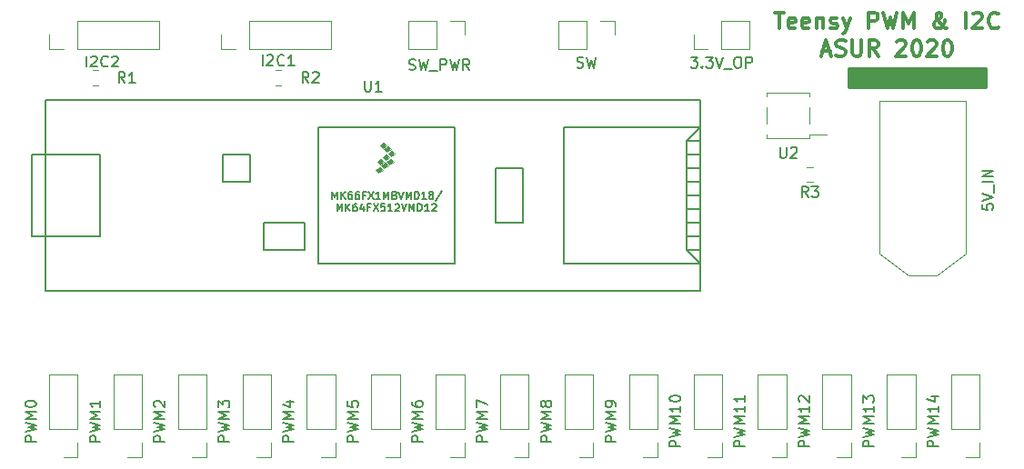
<source format=gbr>
G04 #@! TF.GenerationSoftware,KiCad,Pcbnew,(5.0.2)-1*
G04 #@! TF.CreationDate,2019-10-18T18:51:17-07:00*
G04 #@! TF.ProjectId,Arduino Project,41726475-696e-46f2-9050-726f6a656374,rev?*
G04 #@! TF.SameCoordinates,Original*
G04 #@! TF.FileFunction,Legend,Top*
G04 #@! TF.FilePolarity,Positive*
%FSLAX46Y46*%
G04 Gerber Fmt 4.6, Leading zero omitted, Abs format (unit mm)*
G04 Created by KiCad (PCBNEW (5.0.2)-1) date 10/18/2019 6:51:17 PM*
%MOMM*%
%LPD*%
G01*
G04 APERTURE LIST*
%ADD10C,0.300000*%
%ADD11C,0.120000*%
%ADD12C,0.100000*%
%ADD13C,0.150000*%
%ADD14C,0.254000*%
G04 APERTURE END LIST*
D10*
X155200000Y-43903571D02*
X156057142Y-43903571D01*
X155628571Y-45403571D02*
X155628571Y-43903571D01*
X157128571Y-45332142D02*
X156985714Y-45403571D01*
X156700000Y-45403571D01*
X156557142Y-45332142D01*
X156485714Y-45189285D01*
X156485714Y-44617857D01*
X156557142Y-44475000D01*
X156700000Y-44403571D01*
X156985714Y-44403571D01*
X157128571Y-44475000D01*
X157200000Y-44617857D01*
X157200000Y-44760714D01*
X156485714Y-44903571D01*
X158414285Y-45332142D02*
X158271428Y-45403571D01*
X157985714Y-45403571D01*
X157842857Y-45332142D01*
X157771428Y-45189285D01*
X157771428Y-44617857D01*
X157842857Y-44475000D01*
X157985714Y-44403571D01*
X158271428Y-44403571D01*
X158414285Y-44475000D01*
X158485714Y-44617857D01*
X158485714Y-44760714D01*
X157771428Y-44903571D01*
X159128571Y-44403571D02*
X159128571Y-45403571D01*
X159128571Y-44546428D02*
X159200000Y-44475000D01*
X159342857Y-44403571D01*
X159557142Y-44403571D01*
X159700000Y-44475000D01*
X159771428Y-44617857D01*
X159771428Y-45403571D01*
X160414285Y-45332142D02*
X160557142Y-45403571D01*
X160842857Y-45403571D01*
X160985714Y-45332142D01*
X161057142Y-45189285D01*
X161057142Y-45117857D01*
X160985714Y-44975000D01*
X160842857Y-44903571D01*
X160628571Y-44903571D01*
X160485714Y-44832142D01*
X160414285Y-44689285D01*
X160414285Y-44617857D01*
X160485714Y-44475000D01*
X160628571Y-44403571D01*
X160842857Y-44403571D01*
X160985714Y-44475000D01*
X161557142Y-44403571D02*
X161914285Y-45403571D01*
X162271428Y-44403571D02*
X161914285Y-45403571D01*
X161771428Y-45760714D01*
X161700000Y-45832142D01*
X161557142Y-45903571D01*
X163985714Y-45403571D02*
X163985714Y-43903571D01*
X164557142Y-43903571D01*
X164700000Y-43975000D01*
X164771428Y-44046428D01*
X164842857Y-44189285D01*
X164842857Y-44403571D01*
X164771428Y-44546428D01*
X164700000Y-44617857D01*
X164557142Y-44689285D01*
X163985714Y-44689285D01*
X165342857Y-43903571D02*
X165700000Y-45403571D01*
X165985714Y-44332142D01*
X166271428Y-45403571D01*
X166628571Y-43903571D01*
X167200000Y-45403571D02*
X167200000Y-43903571D01*
X167700000Y-44975000D01*
X168200000Y-43903571D01*
X168200000Y-45403571D01*
X171271428Y-45403571D02*
X171200000Y-45403571D01*
X171057142Y-45332142D01*
X170842857Y-45117857D01*
X170485714Y-44689285D01*
X170342857Y-44475000D01*
X170271428Y-44260714D01*
X170271428Y-44117857D01*
X170342857Y-43975000D01*
X170485714Y-43903571D01*
X170557142Y-43903571D01*
X170700000Y-43975000D01*
X170771428Y-44117857D01*
X170771428Y-44189285D01*
X170700000Y-44332142D01*
X170628571Y-44403571D01*
X170200000Y-44689285D01*
X170128571Y-44760714D01*
X170057142Y-44903571D01*
X170057142Y-45117857D01*
X170128571Y-45260714D01*
X170200000Y-45332142D01*
X170342857Y-45403571D01*
X170557142Y-45403571D01*
X170700000Y-45332142D01*
X170771428Y-45260714D01*
X170985714Y-44975000D01*
X171057142Y-44760714D01*
X171057142Y-44617857D01*
X173057142Y-45403571D02*
X173057142Y-43903571D01*
X173700000Y-44046428D02*
X173771428Y-43975000D01*
X173914285Y-43903571D01*
X174271428Y-43903571D01*
X174414285Y-43975000D01*
X174485714Y-44046428D01*
X174557142Y-44189285D01*
X174557142Y-44332142D01*
X174485714Y-44546428D01*
X173628571Y-45403571D01*
X174557142Y-45403571D01*
X176057142Y-45260714D02*
X175985714Y-45332142D01*
X175771428Y-45403571D01*
X175628571Y-45403571D01*
X175414285Y-45332142D01*
X175271428Y-45189285D01*
X175200000Y-45046428D01*
X175128571Y-44760714D01*
X175128571Y-44546428D01*
X175200000Y-44260714D01*
X175271428Y-44117857D01*
X175414285Y-43975000D01*
X175628571Y-43903571D01*
X175771428Y-43903571D01*
X175985714Y-43975000D01*
X176057142Y-44046428D01*
X159664285Y-47525000D02*
X160378571Y-47525000D01*
X159521428Y-47953571D02*
X160021428Y-46453571D01*
X160521428Y-47953571D01*
X160950000Y-47882142D02*
X161164285Y-47953571D01*
X161521428Y-47953571D01*
X161664285Y-47882142D01*
X161735714Y-47810714D01*
X161807142Y-47667857D01*
X161807142Y-47525000D01*
X161735714Y-47382142D01*
X161664285Y-47310714D01*
X161521428Y-47239285D01*
X161235714Y-47167857D01*
X161092857Y-47096428D01*
X161021428Y-47025000D01*
X160950000Y-46882142D01*
X160950000Y-46739285D01*
X161021428Y-46596428D01*
X161092857Y-46525000D01*
X161235714Y-46453571D01*
X161592857Y-46453571D01*
X161807142Y-46525000D01*
X162450000Y-46453571D02*
X162450000Y-47667857D01*
X162521428Y-47810714D01*
X162592857Y-47882142D01*
X162735714Y-47953571D01*
X163021428Y-47953571D01*
X163164285Y-47882142D01*
X163235714Y-47810714D01*
X163307142Y-47667857D01*
X163307142Y-46453571D01*
X164878571Y-47953571D02*
X164378571Y-47239285D01*
X164021428Y-47953571D02*
X164021428Y-46453571D01*
X164592857Y-46453571D01*
X164735714Y-46525000D01*
X164807142Y-46596428D01*
X164878571Y-46739285D01*
X164878571Y-46953571D01*
X164807142Y-47096428D01*
X164735714Y-47167857D01*
X164592857Y-47239285D01*
X164021428Y-47239285D01*
X166592857Y-46596428D02*
X166664285Y-46525000D01*
X166807142Y-46453571D01*
X167164285Y-46453571D01*
X167307142Y-46525000D01*
X167378571Y-46596428D01*
X167450000Y-46739285D01*
X167450000Y-46882142D01*
X167378571Y-47096428D01*
X166521428Y-47953571D01*
X167450000Y-47953571D01*
X168378571Y-46453571D02*
X168521428Y-46453571D01*
X168664285Y-46525000D01*
X168735714Y-46596428D01*
X168807142Y-46739285D01*
X168878571Y-47025000D01*
X168878571Y-47382142D01*
X168807142Y-47667857D01*
X168735714Y-47810714D01*
X168664285Y-47882142D01*
X168521428Y-47953571D01*
X168378571Y-47953571D01*
X168235714Y-47882142D01*
X168164285Y-47810714D01*
X168092857Y-47667857D01*
X168021428Y-47382142D01*
X168021428Y-47025000D01*
X168092857Y-46739285D01*
X168164285Y-46596428D01*
X168235714Y-46525000D01*
X168378571Y-46453571D01*
X169450000Y-46596428D02*
X169521428Y-46525000D01*
X169664285Y-46453571D01*
X170021428Y-46453571D01*
X170164285Y-46525000D01*
X170235714Y-46596428D01*
X170307142Y-46739285D01*
X170307142Y-46882142D01*
X170235714Y-47096428D01*
X169378571Y-47953571D01*
X170307142Y-47953571D01*
X171235714Y-46453571D02*
X171378571Y-46453571D01*
X171521428Y-46525000D01*
X171592857Y-46596428D01*
X171664285Y-46739285D01*
X171735714Y-47025000D01*
X171735714Y-47382142D01*
X171664285Y-47667857D01*
X171592857Y-47810714D01*
X171521428Y-47882142D01*
X171378571Y-47953571D01*
X171235714Y-47953571D01*
X171092857Y-47882142D01*
X171021428Y-47810714D01*
X170950000Y-47667857D01*
X170878571Y-47382142D01*
X170878571Y-47025000D01*
X170950000Y-46739285D01*
X171021428Y-46596428D01*
X171092857Y-46525000D01*
X171235714Y-46453571D01*
D11*
G04 #@! TO.C,U2*
X154500000Y-52750000D02*
X154500000Y-54250000D01*
X158500000Y-52750000D02*
X158500000Y-54250000D01*
X158500000Y-55300000D02*
X158500000Y-55650000D01*
X158500000Y-55650000D02*
X154500000Y-55650000D01*
X154500000Y-55650000D02*
X154500000Y-55300000D01*
X158500000Y-55300000D02*
X160100000Y-55300000D01*
X158500000Y-51700000D02*
X158500000Y-51350000D01*
X158500000Y-51350000D02*
X154500000Y-51350000D01*
X154500000Y-51350000D02*
X154500000Y-51700000D01*
G04 #@! TO.C,3.3V_OP*
X152870000Y-47330000D02*
X152870000Y-44670000D01*
X150270000Y-47330000D02*
X152870000Y-47330000D01*
X150270000Y-44670000D02*
X152870000Y-44670000D01*
X150270000Y-47330000D02*
X150270000Y-44670000D01*
X149000000Y-47330000D02*
X147670000Y-47330000D01*
X147670000Y-47330000D02*
X147670000Y-46000000D01*
G04 #@! TO.C,SW_PWR*
X121130000Y-44670000D02*
X121130000Y-47330000D01*
X123730000Y-44670000D02*
X121130000Y-44670000D01*
X123730000Y-47330000D02*
X121130000Y-47330000D01*
X123730000Y-44670000D02*
X123730000Y-47330000D01*
X125000000Y-44670000D02*
X126330000Y-44670000D01*
X126330000Y-44670000D02*
X126330000Y-46000000D01*
G04 #@! TO.C,I2C1*
X113950000Y-47330000D02*
X113950000Y-44670000D01*
X106270000Y-47330000D02*
X113950000Y-47330000D01*
X106270000Y-44670000D02*
X113950000Y-44670000D01*
X106270000Y-47330000D02*
X106270000Y-44670000D01*
X105000000Y-47330000D02*
X103670000Y-47330000D01*
X103670000Y-47330000D02*
X103670000Y-46000000D01*
G04 #@! TO.C,I2C2*
X87670000Y-47330000D02*
X87670000Y-46000000D01*
X89000000Y-47330000D02*
X87670000Y-47330000D01*
X90270000Y-47330000D02*
X90270000Y-44670000D01*
X90270000Y-44670000D02*
X97950000Y-44670000D01*
X90270000Y-47330000D02*
X97950000Y-47330000D01*
X97950000Y-47330000D02*
X97950000Y-44670000D01*
G04 #@! TO.C,PWM0*
X90330000Y-77590000D02*
X87670000Y-77590000D01*
X90330000Y-82730000D02*
X90330000Y-77590000D01*
X87670000Y-82730000D02*
X87670000Y-77590000D01*
X90330000Y-82730000D02*
X87670000Y-82730000D01*
X90330000Y-84000000D02*
X90330000Y-85330000D01*
X90330000Y-85330000D02*
X89000000Y-85330000D01*
G04 #@! TO.C,PWM1*
X96330000Y-85330000D02*
X95000000Y-85330000D01*
X96330000Y-84000000D02*
X96330000Y-85330000D01*
X96330000Y-82730000D02*
X93670000Y-82730000D01*
X93670000Y-82730000D02*
X93670000Y-77590000D01*
X96330000Y-82730000D02*
X96330000Y-77590000D01*
X96330000Y-77590000D02*
X93670000Y-77590000D01*
G04 #@! TO.C,PWM2*
X102330000Y-77590000D02*
X99670000Y-77590000D01*
X102330000Y-82730000D02*
X102330000Y-77590000D01*
X99670000Y-82730000D02*
X99670000Y-77590000D01*
X102330000Y-82730000D02*
X99670000Y-82730000D01*
X102330000Y-84000000D02*
X102330000Y-85330000D01*
X102330000Y-85330000D02*
X101000000Y-85330000D01*
G04 #@! TO.C,PWM3*
X108330000Y-77590000D02*
X105670000Y-77590000D01*
X108330000Y-82730000D02*
X108330000Y-77590000D01*
X105670000Y-82730000D02*
X105670000Y-77590000D01*
X108330000Y-82730000D02*
X105670000Y-82730000D01*
X108330000Y-84000000D02*
X108330000Y-85330000D01*
X108330000Y-85330000D02*
X107000000Y-85330000D01*
G04 #@! TO.C,PWM4*
X114330000Y-85330000D02*
X113000000Y-85330000D01*
X114330000Y-84000000D02*
X114330000Y-85330000D01*
X114330000Y-82730000D02*
X111670000Y-82730000D01*
X111670000Y-82730000D02*
X111670000Y-77590000D01*
X114330000Y-82730000D02*
X114330000Y-77590000D01*
X114330000Y-77590000D02*
X111670000Y-77590000D01*
G04 #@! TO.C,PWM5*
X120330000Y-77590000D02*
X117670000Y-77590000D01*
X120330000Y-82730000D02*
X120330000Y-77590000D01*
X117670000Y-82730000D02*
X117670000Y-77590000D01*
X120330000Y-82730000D02*
X117670000Y-82730000D01*
X120330000Y-84000000D02*
X120330000Y-85330000D01*
X120330000Y-85330000D02*
X119000000Y-85330000D01*
G04 #@! TO.C,PWM6*
X126330000Y-85330000D02*
X125000000Y-85330000D01*
X126330000Y-84000000D02*
X126330000Y-85330000D01*
X126330000Y-82730000D02*
X123670000Y-82730000D01*
X123670000Y-82730000D02*
X123670000Y-77590000D01*
X126330000Y-82730000D02*
X126330000Y-77590000D01*
X126330000Y-77590000D02*
X123670000Y-77590000D01*
G04 #@! TO.C,PWM7*
X132330000Y-85330000D02*
X131000000Y-85330000D01*
X132330000Y-84000000D02*
X132330000Y-85330000D01*
X132330000Y-82730000D02*
X129670000Y-82730000D01*
X129670000Y-82730000D02*
X129670000Y-77590000D01*
X132330000Y-82730000D02*
X132330000Y-77590000D01*
X132330000Y-77590000D02*
X129670000Y-77590000D01*
G04 #@! TO.C,PWM8*
X138330000Y-77590000D02*
X135670000Y-77590000D01*
X138330000Y-82730000D02*
X138330000Y-77590000D01*
X135670000Y-82730000D02*
X135670000Y-77590000D01*
X138330000Y-82730000D02*
X135670000Y-82730000D01*
X138330000Y-84000000D02*
X138330000Y-85330000D01*
X138330000Y-85330000D02*
X137000000Y-85330000D01*
G04 #@! TO.C,PWM9*
X144330000Y-85330000D02*
X143000000Y-85330000D01*
X144330000Y-84000000D02*
X144330000Y-85330000D01*
X144330000Y-82730000D02*
X141670000Y-82730000D01*
X141670000Y-82730000D02*
X141670000Y-77590000D01*
X144330000Y-82730000D02*
X144330000Y-77590000D01*
X144330000Y-77590000D02*
X141670000Y-77590000D01*
G04 #@! TO.C,PWM10*
X150330000Y-77590000D02*
X147670000Y-77590000D01*
X150330000Y-82730000D02*
X150330000Y-77590000D01*
X147670000Y-82730000D02*
X147670000Y-77590000D01*
X150330000Y-82730000D02*
X147670000Y-82730000D01*
X150330000Y-84000000D02*
X150330000Y-85330000D01*
X150330000Y-85330000D02*
X149000000Y-85330000D01*
G04 #@! TO.C,PWM11*
X156330000Y-77590000D02*
X153670000Y-77590000D01*
X156330000Y-82730000D02*
X156330000Y-77590000D01*
X153670000Y-82730000D02*
X153670000Y-77590000D01*
X156330000Y-82730000D02*
X153670000Y-82730000D01*
X156330000Y-84000000D02*
X156330000Y-85330000D01*
X156330000Y-85330000D02*
X155000000Y-85330000D01*
G04 #@! TO.C,PWM12*
X162330000Y-77590000D02*
X159670000Y-77590000D01*
X162330000Y-82730000D02*
X162330000Y-77590000D01*
X159670000Y-82730000D02*
X159670000Y-77590000D01*
X162330000Y-82730000D02*
X159670000Y-82730000D01*
X162330000Y-84000000D02*
X162330000Y-85330000D01*
X162330000Y-85330000D02*
X161000000Y-85330000D01*
G04 #@! TO.C,PWM13*
X168330000Y-85330000D02*
X167000000Y-85330000D01*
X168330000Y-84000000D02*
X168330000Y-85330000D01*
X168330000Y-82730000D02*
X165670000Y-82730000D01*
X165670000Y-82730000D02*
X165670000Y-77590000D01*
X168330000Y-82730000D02*
X168330000Y-77590000D01*
X168330000Y-77590000D02*
X165670000Y-77590000D01*
G04 #@! TO.C,PWM14*
X174330000Y-85330000D02*
X173000000Y-85330000D01*
X174330000Y-84000000D02*
X174330000Y-85330000D01*
X174330000Y-82730000D02*
X171670000Y-82730000D01*
X171670000Y-82730000D02*
X171670000Y-77590000D01*
X174330000Y-82730000D02*
X174330000Y-77590000D01*
X174330000Y-77590000D02*
X171670000Y-77590000D01*
D12*
G04 #@! TO.C,U1*
G36*
X119095001Y-57155001D02*
X119349001Y-57409001D01*
X118968001Y-57663001D01*
X118714001Y-57409001D01*
X119095001Y-57155001D01*
G37*
X119095001Y-57155001D02*
X119349001Y-57409001D01*
X118968001Y-57663001D01*
X118714001Y-57409001D01*
X119095001Y-57155001D01*
G36*
X119222001Y-56393001D02*
X119476001Y-56647001D01*
X119095001Y-56901001D01*
X118841001Y-56647001D01*
X119222001Y-56393001D01*
G37*
X119222001Y-56393001D02*
X119476001Y-56647001D01*
X119095001Y-56901001D01*
X118841001Y-56647001D01*
X119222001Y-56393001D01*
G36*
X119476001Y-57536001D02*
X119730001Y-57790001D01*
X119349001Y-58044001D01*
X119095001Y-57790001D01*
X119476001Y-57536001D01*
G37*
X119476001Y-57536001D02*
X119730001Y-57790001D01*
X119349001Y-58044001D01*
X119095001Y-57790001D01*
X119476001Y-57536001D01*
G36*
X118968001Y-57917001D02*
X119222001Y-58171001D01*
X118841001Y-58425001D01*
X118587001Y-58171001D01*
X118968001Y-57917001D01*
G37*
X118968001Y-57917001D02*
X119222001Y-58171001D01*
X118841001Y-58425001D01*
X118587001Y-58171001D01*
X118968001Y-57917001D01*
G36*
X119603001Y-56774001D02*
X119857001Y-57028001D01*
X119476001Y-57282001D01*
X119222001Y-57028001D01*
X119603001Y-56774001D01*
G37*
X119603001Y-56774001D02*
X119857001Y-57028001D01*
X119476001Y-57282001D01*
X119222001Y-57028001D01*
X119603001Y-56774001D01*
G36*
X118460001Y-58298001D02*
X118714001Y-58552001D01*
X118333001Y-58806001D01*
X118079001Y-58552001D01*
X118460001Y-58298001D01*
G37*
X118460001Y-58298001D02*
X118714001Y-58552001D01*
X118333001Y-58806001D01*
X118079001Y-58552001D01*
X118460001Y-58298001D01*
G36*
X118587001Y-57536001D02*
X118841001Y-57790001D01*
X118460001Y-58044001D01*
X118206001Y-57790001D01*
X118587001Y-57536001D01*
G37*
X118587001Y-57536001D02*
X118841001Y-57790001D01*
X118460001Y-58044001D01*
X118206001Y-57790001D01*
X118587001Y-57536001D01*
G36*
X118841001Y-56012001D02*
X119095001Y-56266001D01*
X118714001Y-56520001D01*
X118460001Y-56266001D01*
X118841001Y-56012001D01*
G37*
X118841001Y-56012001D02*
X119095001Y-56266001D01*
X118714001Y-56520001D01*
X118460001Y-56266001D01*
X118841001Y-56012001D01*
D13*
X87345001Y-69855001D02*
X87345001Y-52075001D01*
X148305001Y-52075001D02*
X148305001Y-69855001D01*
X129255001Y-58425001D02*
X131795001Y-58425001D01*
X129255001Y-63505001D02*
X129255001Y-58425001D01*
X131795001Y-63505001D02*
X129255001Y-63505001D01*
X131795001Y-58425001D02*
X131795001Y-63505001D01*
X92425001Y-64775001D02*
X87345001Y-64775001D01*
X92425001Y-57155001D02*
X87345001Y-57155001D01*
X92425001Y-64775001D02*
X92425001Y-57155001D01*
X86075001Y-57155001D02*
X87345001Y-57155001D01*
X86075001Y-64775001D02*
X86075001Y-57155001D01*
X87345001Y-64775001D02*
X86075001Y-64775001D01*
X87345001Y-69855001D02*
X148305001Y-69855001D01*
X148305001Y-52075001D02*
X87345001Y-52075001D01*
X135605001Y-67315001D02*
X148305001Y-67315001D01*
X135605001Y-54615001D02*
X135605001Y-67315001D01*
X148305001Y-54615001D02*
X135605001Y-54615001D01*
X147035001Y-55885001D02*
X148305001Y-54615001D01*
X147035001Y-66045001D02*
X147035001Y-55885001D01*
X148305001Y-67315001D02*
X147035001Y-66045001D01*
X147035001Y-55885001D02*
X148305001Y-55885001D01*
X147035001Y-57155001D02*
X148305001Y-57155001D01*
X147035001Y-58425001D02*
X148305001Y-58425001D01*
X147035001Y-59695001D02*
X148305001Y-59695001D01*
X147035001Y-60965001D02*
X148305001Y-60965001D01*
X147035001Y-62235001D02*
X148305001Y-62235001D01*
X147035001Y-63505001D02*
X148305001Y-63505001D01*
X147035001Y-64775001D02*
X148305001Y-64775001D01*
X147035001Y-66045001D02*
X148305001Y-66045001D01*
X112745001Y-54615001D02*
X125445001Y-54615001D01*
X112745001Y-67315001D02*
X125445001Y-67315001D01*
X112745001Y-54615001D02*
X112745001Y-67315001D01*
X125445001Y-67315001D02*
X125445001Y-54615001D01*
X111475001Y-63505001D02*
X111475001Y-66045001D01*
X107665001Y-63505001D02*
X111475001Y-63505001D01*
X107665001Y-66045001D02*
X107665001Y-63505001D01*
X111475001Y-66045001D02*
X107665001Y-66045001D01*
X106395001Y-57155001D02*
X103855001Y-57155001D01*
X106395001Y-59695001D02*
X106395001Y-57155001D01*
X103855001Y-59695001D02*
X106395001Y-59695001D01*
X103855001Y-57155001D02*
X103855001Y-59695001D01*
D12*
G04 #@! TO.C,5V_IN*
X173000000Y-56800000D02*
X173000000Y-52100000D01*
X173000000Y-52100000D02*
X171400000Y-52100000D01*
X165000000Y-56500000D02*
X165000000Y-52300000D01*
X165000000Y-52300000D02*
X165000000Y-52200000D01*
X165000000Y-52200000D02*
X165000000Y-52100000D01*
X165000000Y-52100000D02*
X169000000Y-52100000D01*
X173000000Y-66400000D02*
X170300000Y-68400000D01*
X165000000Y-66400000D02*
X167700000Y-68400000D01*
X169000000Y-68400000D02*
X170250000Y-68400000D01*
X169000000Y-68400000D02*
X167750000Y-68400000D01*
X173000000Y-64000000D02*
X173000000Y-66400000D01*
X173000000Y-61000000D02*
X173000000Y-64000000D01*
X165000000Y-64000000D02*
X165000000Y-66400000D01*
X165000000Y-60900000D02*
X165000000Y-64000000D01*
X168900000Y-68400000D02*
X169200000Y-68400000D01*
X169000000Y-52100000D02*
X171400000Y-52100000D01*
X165000000Y-56500000D02*
X165000000Y-60900000D01*
X173000000Y-56800000D02*
X173000000Y-61000000D01*
D11*
G04 #@! TO.C,R1*
X92261252Y-49290000D02*
X91738748Y-49290000D01*
X92261252Y-50710000D02*
X91738748Y-50710000D01*
G04 #@! TO.C,R2*
X108738748Y-49290000D02*
X109261252Y-49290000D01*
X108738748Y-50710000D02*
X109261252Y-50710000D01*
G04 #@! TO.C,R3*
X158761252Y-59710000D02*
X158238748Y-59710000D01*
X158761252Y-58290000D02*
X158238748Y-58290000D01*
G04 #@! TO.C,SW*
X135130000Y-44670000D02*
X135130000Y-47330000D01*
X137730000Y-44670000D02*
X135130000Y-44670000D01*
X137730000Y-47330000D02*
X135130000Y-47330000D01*
X137730000Y-44670000D02*
X137730000Y-47330000D01*
X139000000Y-44670000D02*
X140330000Y-44670000D01*
X140330000Y-44670000D02*
X140330000Y-46000000D01*
G04 #@! TO.C,U2*
D13*
X155738095Y-56452380D02*
X155738095Y-57261904D01*
X155785714Y-57357142D01*
X155833333Y-57404761D01*
X155928571Y-57452380D01*
X156119047Y-57452380D01*
X156214285Y-57404761D01*
X156261904Y-57357142D01*
X156309523Y-57261904D01*
X156309523Y-56452380D01*
X156738095Y-56547619D02*
X156785714Y-56500000D01*
X156880952Y-56452380D01*
X157119047Y-56452380D01*
X157214285Y-56500000D01*
X157261904Y-56547619D01*
X157309523Y-56642857D01*
X157309523Y-56738095D01*
X157261904Y-56880952D01*
X156690476Y-57452380D01*
X157309523Y-57452380D01*
G04 #@! TO.C,3.3V_OP*
X147419047Y-48052380D02*
X148038095Y-48052380D01*
X147704761Y-48433333D01*
X147847619Y-48433333D01*
X147942857Y-48480952D01*
X147990476Y-48528571D01*
X148038095Y-48623809D01*
X148038095Y-48861904D01*
X147990476Y-48957142D01*
X147942857Y-49004761D01*
X147847619Y-49052380D01*
X147561904Y-49052380D01*
X147466666Y-49004761D01*
X147419047Y-48957142D01*
X148466666Y-48957142D02*
X148514285Y-49004761D01*
X148466666Y-49052380D01*
X148419047Y-49004761D01*
X148466666Y-48957142D01*
X148466666Y-49052380D01*
X148847619Y-48052380D02*
X149466666Y-48052380D01*
X149133333Y-48433333D01*
X149276190Y-48433333D01*
X149371428Y-48480952D01*
X149419047Y-48528571D01*
X149466666Y-48623809D01*
X149466666Y-48861904D01*
X149419047Y-48957142D01*
X149371428Y-49004761D01*
X149276190Y-49052380D01*
X148990476Y-49052380D01*
X148895238Y-49004761D01*
X148847619Y-48957142D01*
X149752380Y-48052380D02*
X150085714Y-49052380D01*
X150419047Y-48052380D01*
X150514285Y-49147619D02*
X151276190Y-49147619D01*
X151704761Y-48052380D02*
X151895238Y-48052380D01*
X151990476Y-48100000D01*
X152085714Y-48195238D01*
X152133333Y-48385714D01*
X152133333Y-48719047D01*
X152085714Y-48909523D01*
X151990476Y-49004761D01*
X151895238Y-49052380D01*
X151704761Y-49052380D01*
X151609523Y-49004761D01*
X151514285Y-48909523D01*
X151466666Y-48719047D01*
X151466666Y-48385714D01*
X151514285Y-48195238D01*
X151609523Y-48100000D01*
X151704761Y-48052380D01*
X152561904Y-49052380D02*
X152561904Y-48052380D01*
X152942857Y-48052380D01*
X153038095Y-48100000D01*
X153085714Y-48147619D01*
X153133333Y-48242857D01*
X153133333Y-48385714D01*
X153085714Y-48480952D01*
X153038095Y-48528571D01*
X152942857Y-48576190D01*
X152561904Y-48576190D01*
G04 #@! TO.C,SW_PWR*
X121190476Y-49204761D02*
X121333333Y-49252380D01*
X121571428Y-49252380D01*
X121666666Y-49204761D01*
X121714285Y-49157142D01*
X121761904Y-49061904D01*
X121761904Y-48966666D01*
X121714285Y-48871428D01*
X121666666Y-48823809D01*
X121571428Y-48776190D01*
X121380952Y-48728571D01*
X121285714Y-48680952D01*
X121238095Y-48633333D01*
X121190476Y-48538095D01*
X121190476Y-48442857D01*
X121238095Y-48347619D01*
X121285714Y-48300000D01*
X121380952Y-48252380D01*
X121619047Y-48252380D01*
X121761904Y-48300000D01*
X122095238Y-48252380D02*
X122333333Y-49252380D01*
X122523809Y-48538095D01*
X122714285Y-49252380D01*
X122952380Y-48252380D01*
X123095238Y-49347619D02*
X123857142Y-49347619D01*
X124095238Y-49252380D02*
X124095238Y-48252380D01*
X124476190Y-48252380D01*
X124571428Y-48300000D01*
X124619047Y-48347619D01*
X124666666Y-48442857D01*
X124666666Y-48585714D01*
X124619047Y-48680952D01*
X124571428Y-48728571D01*
X124476190Y-48776190D01*
X124095238Y-48776190D01*
X125000000Y-48252380D02*
X125238095Y-49252380D01*
X125428571Y-48538095D01*
X125619047Y-49252380D01*
X125857142Y-48252380D01*
X126809523Y-49252380D02*
X126476190Y-48776190D01*
X126238095Y-49252380D02*
X126238095Y-48252380D01*
X126619047Y-48252380D01*
X126714285Y-48300000D01*
X126761904Y-48347619D01*
X126809523Y-48442857D01*
X126809523Y-48585714D01*
X126761904Y-48680952D01*
X126714285Y-48728571D01*
X126619047Y-48776190D01*
X126238095Y-48776190D01*
G04 #@! TO.C,I2C1*
X107547619Y-48852380D02*
X107547619Y-47852380D01*
X107976190Y-47947619D02*
X108023809Y-47900000D01*
X108119047Y-47852380D01*
X108357142Y-47852380D01*
X108452380Y-47900000D01*
X108500000Y-47947619D01*
X108547619Y-48042857D01*
X108547619Y-48138095D01*
X108500000Y-48280952D01*
X107928571Y-48852380D01*
X108547619Y-48852380D01*
X109547619Y-48757142D02*
X109500000Y-48804761D01*
X109357142Y-48852380D01*
X109261904Y-48852380D01*
X109119047Y-48804761D01*
X109023809Y-48709523D01*
X108976190Y-48614285D01*
X108928571Y-48423809D01*
X108928571Y-48280952D01*
X108976190Y-48090476D01*
X109023809Y-47995238D01*
X109119047Y-47900000D01*
X109261904Y-47852380D01*
X109357142Y-47852380D01*
X109500000Y-47900000D01*
X109547619Y-47947619D01*
X110500000Y-48852380D02*
X109928571Y-48852380D01*
X110214285Y-48852380D02*
X110214285Y-47852380D01*
X110119047Y-47995238D01*
X110023809Y-48090476D01*
X109928571Y-48138095D01*
G04 #@! TO.C,I2C2*
X91147619Y-48952380D02*
X91147619Y-47952380D01*
X91576190Y-48047619D02*
X91623809Y-48000000D01*
X91719047Y-47952380D01*
X91957142Y-47952380D01*
X92052380Y-48000000D01*
X92100000Y-48047619D01*
X92147619Y-48142857D01*
X92147619Y-48238095D01*
X92100000Y-48380952D01*
X91528571Y-48952380D01*
X92147619Y-48952380D01*
X93147619Y-48857142D02*
X93100000Y-48904761D01*
X92957142Y-48952380D01*
X92861904Y-48952380D01*
X92719047Y-48904761D01*
X92623809Y-48809523D01*
X92576190Y-48714285D01*
X92528571Y-48523809D01*
X92528571Y-48380952D01*
X92576190Y-48190476D01*
X92623809Y-48095238D01*
X92719047Y-48000000D01*
X92861904Y-47952380D01*
X92957142Y-47952380D01*
X93100000Y-48000000D01*
X93147619Y-48047619D01*
X93528571Y-48047619D02*
X93576190Y-48000000D01*
X93671428Y-47952380D01*
X93909523Y-47952380D01*
X94004761Y-48000000D01*
X94052380Y-48047619D01*
X94100000Y-48142857D01*
X94100000Y-48238095D01*
X94052380Y-48380952D01*
X93480952Y-48952380D01*
X94100000Y-48952380D01*
G04 #@! TO.C,PWM0*
X86452380Y-83880952D02*
X85452380Y-83880952D01*
X85452380Y-83500000D01*
X85500000Y-83404761D01*
X85547619Y-83357142D01*
X85642857Y-83309523D01*
X85785714Y-83309523D01*
X85880952Y-83357142D01*
X85928571Y-83404761D01*
X85976190Y-83500000D01*
X85976190Y-83880952D01*
X85452380Y-82976190D02*
X86452380Y-82738095D01*
X85738095Y-82547619D01*
X86452380Y-82357142D01*
X85452380Y-82119047D01*
X86452380Y-81738095D02*
X85452380Y-81738095D01*
X86166666Y-81404761D01*
X85452380Y-81071428D01*
X86452380Y-81071428D01*
X85452380Y-80404761D02*
X85452380Y-80309523D01*
X85500000Y-80214285D01*
X85547619Y-80166666D01*
X85642857Y-80119047D01*
X85833333Y-80071428D01*
X86071428Y-80071428D01*
X86261904Y-80119047D01*
X86357142Y-80166666D01*
X86404761Y-80214285D01*
X86452380Y-80309523D01*
X86452380Y-80404761D01*
X86404761Y-80500000D01*
X86357142Y-80547619D01*
X86261904Y-80595238D01*
X86071428Y-80642857D01*
X85833333Y-80642857D01*
X85642857Y-80595238D01*
X85547619Y-80547619D01*
X85500000Y-80500000D01*
X85452380Y-80404761D01*
G04 #@! TO.C,PWM1*
X92452380Y-83880952D02*
X91452380Y-83880952D01*
X91452380Y-83500000D01*
X91500000Y-83404761D01*
X91547619Y-83357142D01*
X91642857Y-83309523D01*
X91785714Y-83309523D01*
X91880952Y-83357142D01*
X91928571Y-83404761D01*
X91976190Y-83500000D01*
X91976190Y-83880952D01*
X91452380Y-82976190D02*
X92452380Y-82738095D01*
X91738095Y-82547619D01*
X92452380Y-82357142D01*
X91452380Y-82119047D01*
X92452380Y-81738095D02*
X91452380Y-81738095D01*
X92166666Y-81404761D01*
X91452380Y-81071428D01*
X92452380Y-81071428D01*
X92452380Y-80071428D02*
X92452380Y-80642857D01*
X92452380Y-80357142D02*
X91452380Y-80357142D01*
X91595238Y-80452380D01*
X91690476Y-80547619D01*
X91738095Y-80642857D01*
G04 #@! TO.C,PWM2*
X98452380Y-83880952D02*
X97452380Y-83880952D01*
X97452380Y-83500000D01*
X97500000Y-83404761D01*
X97547619Y-83357142D01*
X97642857Y-83309523D01*
X97785714Y-83309523D01*
X97880952Y-83357142D01*
X97928571Y-83404761D01*
X97976190Y-83500000D01*
X97976190Y-83880952D01*
X97452380Y-82976190D02*
X98452380Y-82738095D01*
X97738095Y-82547619D01*
X98452380Y-82357142D01*
X97452380Y-82119047D01*
X98452380Y-81738095D02*
X97452380Y-81738095D01*
X98166666Y-81404761D01*
X97452380Y-81071428D01*
X98452380Y-81071428D01*
X97547619Y-80642857D02*
X97500000Y-80595238D01*
X97452380Y-80500000D01*
X97452380Y-80261904D01*
X97500000Y-80166666D01*
X97547619Y-80119047D01*
X97642857Y-80071428D01*
X97738095Y-80071428D01*
X97880952Y-80119047D01*
X98452380Y-80690476D01*
X98452380Y-80071428D01*
G04 #@! TO.C,PWM3*
X104452380Y-83880952D02*
X103452380Y-83880952D01*
X103452380Y-83500000D01*
X103500000Y-83404761D01*
X103547619Y-83357142D01*
X103642857Y-83309523D01*
X103785714Y-83309523D01*
X103880952Y-83357142D01*
X103928571Y-83404761D01*
X103976190Y-83500000D01*
X103976190Y-83880952D01*
X103452380Y-82976190D02*
X104452380Y-82738095D01*
X103738095Y-82547619D01*
X104452380Y-82357142D01*
X103452380Y-82119047D01*
X104452380Y-81738095D02*
X103452380Y-81738095D01*
X104166666Y-81404761D01*
X103452380Y-81071428D01*
X104452380Y-81071428D01*
X103452380Y-80690476D02*
X103452380Y-80071428D01*
X103833333Y-80404761D01*
X103833333Y-80261904D01*
X103880952Y-80166666D01*
X103928571Y-80119047D01*
X104023809Y-80071428D01*
X104261904Y-80071428D01*
X104357142Y-80119047D01*
X104404761Y-80166666D01*
X104452380Y-80261904D01*
X104452380Y-80547619D01*
X104404761Y-80642857D01*
X104357142Y-80690476D01*
G04 #@! TO.C,PWM4*
X110452380Y-83880952D02*
X109452380Y-83880952D01*
X109452380Y-83500000D01*
X109500000Y-83404761D01*
X109547619Y-83357142D01*
X109642857Y-83309523D01*
X109785714Y-83309523D01*
X109880952Y-83357142D01*
X109928571Y-83404761D01*
X109976190Y-83500000D01*
X109976190Y-83880952D01*
X109452380Y-82976190D02*
X110452380Y-82738095D01*
X109738095Y-82547619D01*
X110452380Y-82357142D01*
X109452380Y-82119047D01*
X110452380Y-81738095D02*
X109452380Y-81738095D01*
X110166666Y-81404761D01*
X109452380Y-81071428D01*
X110452380Y-81071428D01*
X109785714Y-80166666D02*
X110452380Y-80166666D01*
X109404761Y-80404761D02*
X110119047Y-80642857D01*
X110119047Y-80023809D01*
G04 #@! TO.C,PWM5*
X116452380Y-83880952D02*
X115452380Y-83880952D01*
X115452380Y-83500000D01*
X115500000Y-83404761D01*
X115547619Y-83357142D01*
X115642857Y-83309523D01*
X115785714Y-83309523D01*
X115880952Y-83357142D01*
X115928571Y-83404761D01*
X115976190Y-83500000D01*
X115976190Y-83880952D01*
X115452380Y-82976190D02*
X116452380Y-82738095D01*
X115738095Y-82547619D01*
X116452380Y-82357142D01*
X115452380Y-82119047D01*
X116452380Y-81738095D02*
X115452380Y-81738095D01*
X116166666Y-81404761D01*
X115452380Y-81071428D01*
X116452380Y-81071428D01*
X115452380Y-80119047D02*
X115452380Y-80595238D01*
X115928571Y-80642857D01*
X115880952Y-80595238D01*
X115833333Y-80500000D01*
X115833333Y-80261904D01*
X115880952Y-80166666D01*
X115928571Y-80119047D01*
X116023809Y-80071428D01*
X116261904Y-80071428D01*
X116357142Y-80119047D01*
X116404761Y-80166666D01*
X116452380Y-80261904D01*
X116452380Y-80500000D01*
X116404761Y-80595238D01*
X116357142Y-80642857D01*
G04 #@! TO.C,PWM6*
X122452380Y-83880952D02*
X121452380Y-83880952D01*
X121452380Y-83500000D01*
X121500000Y-83404761D01*
X121547619Y-83357142D01*
X121642857Y-83309523D01*
X121785714Y-83309523D01*
X121880952Y-83357142D01*
X121928571Y-83404761D01*
X121976190Y-83500000D01*
X121976190Y-83880952D01*
X121452380Y-82976190D02*
X122452380Y-82738095D01*
X121738095Y-82547619D01*
X122452380Y-82357142D01*
X121452380Y-82119047D01*
X122452380Y-81738095D02*
X121452380Y-81738095D01*
X122166666Y-81404761D01*
X121452380Y-81071428D01*
X122452380Y-81071428D01*
X121452380Y-80166666D02*
X121452380Y-80357142D01*
X121500000Y-80452380D01*
X121547619Y-80500000D01*
X121690476Y-80595238D01*
X121880952Y-80642857D01*
X122261904Y-80642857D01*
X122357142Y-80595238D01*
X122404761Y-80547619D01*
X122452380Y-80452380D01*
X122452380Y-80261904D01*
X122404761Y-80166666D01*
X122357142Y-80119047D01*
X122261904Y-80071428D01*
X122023809Y-80071428D01*
X121928571Y-80119047D01*
X121880952Y-80166666D01*
X121833333Y-80261904D01*
X121833333Y-80452380D01*
X121880952Y-80547619D01*
X121928571Y-80595238D01*
X122023809Y-80642857D01*
G04 #@! TO.C,PWM7*
X128452380Y-83880952D02*
X127452380Y-83880952D01*
X127452380Y-83500000D01*
X127500000Y-83404761D01*
X127547619Y-83357142D01*
X127642857Y-83309523D01*
X127785714Y-83309523D01*
X127880952Y-83357142D01*
X127928571Y-83404761D01*
X127976190Y-83500000D01*
X127976190Y-83880952D01*
X127452380Y-82976190D02*
X128452380Y-82738095D01*
X127738095Y-82547619D01*
X128452380Y-82357142D01*
X127452380Y-82119047D01*
X128452380Y-81738095D02*
X127452380Y-81738095D01*
X128166666Y-81404761D01*
X127452380Y-81071428D01*
X128452380Y-81071428D01*
X127452380Y-80690476D02*
X127452380Y-80023809D01*
X128452380Y-80452380D01*
G04 #@! TO.C,PWM8*
X134452380Y-83880952D02*
X133452380Y-83880952D01*
X133452380Y-83500000D01*
X133500000Y-83404761D01*
X133547619Y-83357142D01*
X133642857Y-83309523D01*
X133785714Y-83309523D01*
X133880952Y-83357142D01*
X133928571Y-83404761D01*
X133976190Y-83500000D01*
X133976190Y-83880952D01*
X133452380Y-82976190D02*
X134452380Y-82738095D01*
X133738095Y-82547619D01*
X134452380Y-82357142D01*
X133452380Y-82119047D01*
X134452380Y-81738095D02*
X133452380Y-81738095D01*
X134166666Y-81404761D01*
X133452380Y-81071428D01*
X134452380Y-81071428D01*
X133880952Y-80452380D02*
X133833333Y-80547619D01*
X133785714Y-80595238D01*
X133690476Y-80642857D01*
X133642857Y-80642857D01*
X133547619Y-80595238D01*
X133500000Y-80547619D01*
X133452380Y-80452380D01*
X133452380Y-80261904D01*
X133500000Y-80166666D01*
X133547619Y-80119047D01*
X133642857Y-80071428D01*
X133690476Y-80071428D01*
X133785714Y-80119047D01*
X133833333Y-80166666D01*
X133880952Y-80261904D01*
X133880952Y-80452380D01*
X133928571Y-80547619D01*
X133976190Y-80595238D01*
X134071428Y-80642857D01*
X134261904Y-80642857D01*
X134357142Y-80595238D01*
X134404761Y-80547619D01*
X134452380Y-80452380D01*
X134452380Y-80261904D01*
X134404761Y-80166666D01*
X134357142Y-80119047D01*
X134261904Y-80071428D01*
X134071428Y-80071428D01*
X133976190Y-80119047D01*
X133928571Y-80166666D01*
X133880952Y-80261904D01*
G04 #@! TO.C,PWM9*
X140452380Y-83880952D02*
X139452380Y-83880952D01*
X139452380Y-83500000D01*
X139500000Y-83404761D01*
X139547619Y-83357142D01*
X139642857Y-83309523D01*
X139785714Y-83309523D01*
X139880952Y-83357142D01*
X139928571Y-83404761D01*
X139976190Y-83500000D01*
X139976190Y-83880952D01*
X139452380Y-82976190D02*
X140452380Y-82738095D01*
X139738095Y-82547619D01*
X140452380Y-82357142D01*
X139452380Y-82119047D01*
X140452380Y-81738095D02*
X139452380Y-81738095D01*
X140166666Y-81404761D01*
X139452380Y-81071428D01*
X140452380Y-81071428D01*
X140452380Y-80547619D02*
X140452380Y-80357142D01*
X140404761Y-80261904D01*
X140357142Y-80214285D01*
X140214285Y-80119047D01*
X140023809Y-80071428D01*
X139642857Y-80071428D01*
X139547619Y-80119047D01*
X139500000Y-80166666D01*
X139452380Y-80261904D01*
X139452380Y-80452380D01*
X139500000Y-80547619D01*
X139547619Y-80595238D01*
X139642857Y-80642857D01*
X139880952Y-80642857D01*
X139976190Y-80595238D01*
X140023809Y-80547619D01*
X140071428Y-80452380D01*
X140071428Y-80261904D01*
X140023809Y-80166666D01*
X139976190Y-80119047D01*
X139880952Y-80071428D01*
G04 #@! TO.C,PWM10*
X146452380Y-84357142D02*
X145452380Y-84357142D01*
X145452380Y-83976190D01*
X145500000Y-83880952D01*
X145547619Y-83833333D01*
X145642857Y-83785714D01*
X145785714Y-83785714D01*
X145880952Y-83833333D01*
X145928571Y-83880952D01*
X145976190Y-83976190D01*
X145976190Y-84357142D01*
X145452380Y-83452380D02*
X146452380Y-83214285D01*
X145738095Y-83023809D01*
X146452380Y-82833333D01*
X145452380Y-82595238D01*
X146452380Y-82214285D02*
X145452380Y-82214285D01*
X146166666Y-81880952D01*
X145452380Y-81547619D01*
X146452380Y-81547619D01*
X146452380Y-80547619D02*
X146452380Y-81119047D01*
X146452380Y-80833333D02*
X145452380Y-80833333D01*
X145595238Y-80928571D01*
X145690476Y-81023809D01*
X145738095Y-81119047D01*
X145452380Y-79928571D02*
X145452380Y-79833333D01*
X145500000Y-79738095D01*
X145547619Y-79690476D01*
X145642857Y-79642857D01*
X145833333Y-79595238D01*
X146071428Y-79595238D01*
X146261904Y-79642857D01*
X146357142Y-79690476D01*
X146404761Y-79738095D01*
X146452380Y-79833333D01*
X146452380Y-79928571D01*
X146404761Y-80023809D01*
X146357142Y-80071428D01*
X146261904Y-80119047D01*
X146071428Y-80166666D01*
X145833333Y-80166666D01*
X145642857Y-80119047D01*
X145547619Y-80071428D01*
X145500000Y-80023809D01*
X145452380Y-79928571D01*
G04 #@! TO.C,PWM11*
X152452380Y-84357142D02*
X151452380Y-84357142D01*
X151452380Y-83976190D01*
X151500000Y-83880952D01*
X151547619Y-83833333D01*
X151642857Y-83785714D01*
X151785714Y-83785714D01*
X151880952Y-83833333D01*
X151928571Y-83880952D01*
X151976190Y-83976190D01*
X151976190Y-84357142D01*
X151452380Y-83452380D02*
X152452380Y-83214285D01*
X151738095Y-83023809D01*
X152452380Y-82833333D01*
X151452380Y-82595238D01*
X152452380Y-82214285D02*
X151452380Y-82214285D01*
X152166666Y-81880952D01*
X151452380Y-81547619D01*
X152452380Y-81547619D01*
X152452380Y-80547619D02*
X152452380Y-81119047D01*
X152452380Y-80833333D02*
X151452380Y-80833333D01*
X151595238Y-80928571D01*
X151690476Y-81023809D01*
X151738095Y-81119047D01*
X152452380Y-79595238D02*
X152452380Y-80166666D01*
X152452380Y-79880952D02*
X151452380Y-79880952D01*
X151595238Y-79976190D01*
X151690476Y-80071428D01*
X151738095Y-80166666D01*
G04 #@! TO.C,PWM12*
X158452380Y-84357142D02*
X157452380Y-84357142D01*
X157452380Y-83976190D01*
X157500000Y-83880952D01*
X157547619Y-83833333D01*
X157642857Y-83785714D01*
X157785714Y-83785714D01*
X157880952Y-83833333D01*
X157928571Y-83880952D01*
X157976190Y-83976190D01*
X157976190Y-84357142D01*
X157452380Y-83452380D02*
X158452380Y-83214285D01*
X157738095Y-83023809D01*
X158452380Y-82833333D01*
X157452380Y-82595238D01*
X158452380Y-82214285D02*
X157452380Y-82214285D01*
X158166666Y-81880952D01*
X157452380Y-81547619D01*
X158452380Y-81547619D01*
X158452380Y-80547619D02*
X158452380Y-81119047D01*
X158452380Y-80833333D02*
X157452380Y-80833333D01*
X157595238Y-80928571D01*
X157690476Y-81023809D01*
X157738095Y-81119047D01*
X157547619Y-80166666D02*
X157500000Y-80119047D01*
X157452380Y-80023809D01*
X157452380Y-79785714D01*
X157500000Y-79690476D01*
X157547619Y-79642857D01*
X157642857Y-79595238D01*
X157738095Y-79595238D01*
X157880952Y-79642857D01*
X158452380Y-80214285D01*
X158452380Y-79595238D01*
G04 #@! TO.C,PWM13*
X164452380Y-84357142D02*
X163452380Y-84357142D01*
X163452380Y-83976190D01*
X163500000Y-83880952D01*
X163547619Y-83833333D01*
X163642857Y-83785714D01*
X163785714Y-83785714D01*
X163880952Y-83833333D01*
X163928571Y-83880952D01*
X163976190Y-83976190D01*
X163976190Y-84357142D01*
X163452380Y-83452380D02*
X164452380Y-83214285D01*
X163738095Y-83023809D01*
X164452380Y-82833333D01*
X163452380Y-82595238D01*
X164452380Y-82214285D02*
X163452380Y-82214285D01*
X164166666Y-81880952D01*
X163452380Y-81547619D01*
X164452380Y-81547619D01*
X164452380Y-80547619D02*
X164452380Y-81119047D01*
X164452380Y-80833333D02*
X163452380Y-80833333D01*
X163595238Y-80928571D01*
X163690476Y-81023809D01*
X163738095Y-81119047D01*
X163452380Y-80214285D02*
X163452380Y-79595238D01*
X163833333Y-79928571D01*
X163833333Y-79785714D01*
X163880952Y-79690476D01*
X163928571Y-79642857D01*
X164023809Y-79595238D01*
X164261904Y-79595238D01*
X164357142Y-79642857D01*
X164404761Y-79690476D01*
X164452380Y-79785714D01*
X164452380Y-80071428D01*
X164404761Y-80166666D01*
X164357142Y-80214285D01*
G04 #@! TO.C,PWM14*
X170452380Y-84357142D02*
X169452380Y-84357142D01*
X169452380Y-83976190D01*
X169500000Y-83880952D01*
X169547619Y-83833333D01*
X169642857Y-83785714D01*
X169785714Y-83785714D01*
X169880952Y-83833333D01*
X169928571Y-83880952D01*
X169976190Y-83976190D01*
X169976190Y-84357142D01*
X169452380Y-83452380D02*
X170452380Y-83214285D01*
X169738095Y-83023809D01*
X170452380Y-82833333D01*
X169452380Y-82595238D01*
X170452380Y-82214285D02*
X169452380Y-82214285D01*
X170166666Y-81880952D01*
X169452380Y-81547619D01*
X170452380Y-81547619D01*
X170452380Y-80547619D02*
X170452380Y-81119047D01*
X170452380Y-80833333D02*
X169452380Y-80833333D01*
X169595238Y-80928571D01*
X169690476Y-81023809D01*
X169738095Y-81119047D01*
X169785714Y-79690476D02*
X170452380Y-79690476D01*
X169404761Y-79928571D02*
X170119047Y-80166666D01*
X170119047Y-79547619D01*
G04 #@! TO.C,U1*
X117063096Y-50257381D02*
X117063096Y-51066905D01*
X117110715Y-51162143D01*
X117158334Y-51209762D01*
X117253572Y-51257381D01*
X117444048Y-51257381D01*
X117539286Y-51209762D01*
X117586905Y-51162143D01*
X117634524Y-51066905D01*
X117634524Y-50257381D01*
X118634524Y-51257381D02*
X118063096Y-51257381D01*
X118348810Y-51257381D02*
X118348810Y-50257381D01*
X118253572Y-50400239D01*
X118158334Y-50495477D01*
X118063096Y-50543096D01*
X114495001Y-62424667D02*
X114495001Y-61724667D01*
X114728334Y-62224667D01*
X114961667Y-61724667D01*
X114961667Y-62424667D01*
X115295001Y-62424667D02*
X115295001Y-61724667D01*
X115695001Y-62424667D02*
X115395001Y-62024667D01*
X115695001Y-61724667D02*
X115295001Y-62124667D01*
X116295001Y-61724667D02*
X116161667Y-61724667D01*
X116095001Y-61758001D01*
X116061667Y-61791334D01*
X115995001Y-61891334D01*
X115961667Y-62024667D01*
X115961667Y-62291334D01*
X115995001Y-62358001D01*
X116028334Y-62391334D01*
X116095001Y-62424667D01*
X116228334Y-62424667D01*
X116295001Y-62391334D01*
X116328334Y-62358001D01*
X116361667Y-62291334D01*
X116361667Y-62124667D01*
X116328334Y-62058001D01*
X116295001Y-62024667D01*
X116228334Y-61991334D01*
X116095001Y-61991334D01*
X116028334Y-62024667D01*
X115995001Y-62058001D01*
X115961667Y-62124667D01*
X116961667Y-61958001D02*
X116961667Y-62424667D01*
X116795001Y-61691334D02*
X116628334Y-62191334D01*
X117061667Y-62191334D01*
X117561667Y-62058001D02*
X117328334Y-62058001D01*
X117328334Y-62424667D02*
X117328334Y-61724667D01*
X117661667Y-61724667D01*
X117861667Y-61724667D02*
X118328334Y-62424667D01*
X118328334Y-61724667D02*
X117861667Y-62424667D01*
X118928334Y-61724667D02*
X118595001Y-61724667D01*
X118561667Y-62058001D01*
X118595001Y-62024667D01*
X118661667Y-61991334D01*
X118828334Y-61991334D01*
X118895001Y-62024667D01*
X118928334Y-62058001D01*
X118961667Y-62124667D01*
X118961667Y-62291334D01*
X118928334Y-62358001D01*
X118895001Y-62391334D01*
X118828334Y-62424667D01*
X118661667Y-62424667D01*
X118595001Y-62391334D01*
X118561667Y-62358001D01*
X119628334Y-62424667D02*
X119228334Y-62424667D01*
X119428334Y-62424667D02*
X119428334Y-61724667D01*
X119361667Y-61824667D01*
X119295001Y-61891334D01*
X119228334Y-61924667D01*
X119895001Y-61791334D02*
X119928334Y-61758001D01*
X119995001Y-61724667D01*
X120161667Y-61724667D01*
X120228334Y-61758001D01*
X120261667Y-61791334D01*
X120295001Y-61858001D01*
X120295001Y-61924667D01*
X120261667Y-62024667D01*
X119861667Y-62424667D01*
X120295001Y-62424667D01*
X120495001Y-61724667D02*
X120728334Y-62424667D01*
X120961667Y-61724667D01*
X121195001Y-62424667D02*
X121195001Y-61724667D01*
X121428334Y-62224667D01*
X121661667Y-61724667D01*
X121661667Y-62424667D01*
X121995001Y-62424667D02*
X121995001Y-61724667D01*
X122161667Y-61724667D01*
X122261667Y-61758001D01*
X122328334Y-61824667D01*
X122361667Y-61891334D01*
X122395001Y-62024667D01*
X122395001Y-62124667D01*
X122361667Y-62258001D01*
X122328334Y-62324667D01*
X122261667Y-62391334D01*
X122161667Y-62424667D01*
X121995001Y-62424667D01*
X123061667Y-62424667D02*
X122661667Y-62424667D01*
X122861667Y-62424667D02*
X122861667Y-61724667D01*
X122795001Y-61824667D01*
X122728334Y-61891334D01*
X122661667Y-61924667D01*
X123328334Y-61791334D02*
X123361667Y-61758001D01*
X123428334Y-61724667D01*
X123595001Y-61724667D01*
X123661667Y-61758001D01*
X123695001Y-61791334D01*
X123728334Y-61858001D01*
X123728334Y-61924667D01*
X123695001Y-62024667D01*
X123295001Y-62424667D01*
X123728334Y-62424667D01*
X114045001Y-61281667D02*
X114045001Y-60581667D01*
X114278334Y-61081667D01*
X114511667Y-60581667D01*
X114511667Y-61281667D01*
X114845001Y-61281667D02*
X114845001Y-60581667D01*
X115245001Y-61281667D02*
X114945001Y-60881667D01*
X115245001Y-60581667D02*
X114845001Y-60981667D01*
X115845001Y-60581667D02*
X115711667Y-60581667D01*
X115645001Y-60615001D01*
X115611667Y-60648334D01*
X115545001Y-60748334D01*
X115511667Y-60881667D01*
X115511667Y-61148334D01*
X115545001Y-61215001D01*
X115578334Y-61248334D01*
X115645001Y-61281667D01*
X115778334Y-61281667D01*
X115845001Y-61248334D01*
X115878334Y-61215001D01*
X115911667Y-61148334D01*
X115911667Y-60981667D01*
X115878334Y-60915001D01*
X115845001Y-60881667D01*
X115778334Y-60848334D01*
X115645001Y-60848334D01*
X115578334Y-60881667D01*
X115545001Y-60915001D01*
X115511667Y-60981667D01*
X116511667Y-60581667D02*
X116378334Y-60581667D01*
X116311667Y-60615001D01*
X116278334Y-60648334D01*
X116211667Y-60748334D01*
X116178334Y-60881667D01*
X116178334Y-61148334D01*
X116211667Y-61215001D01*
X116245001Y-61248334D01*
X116311667Y-61281667D01*
X116445001Y-61281667D01*
X116511667Y-61248334D01*
X116545001Y-61215001D01*
X116578334Y-61148334D01*
X116578334Y-60981667D01*
X116545001Y-60915001D01*
X116511667Y-60881667D01*
X116445001Y-60848334D01*
X116311667Y-60848334D01*
X116245001Y-60881667D01*
X116211667Y-60915001D01*
X116178334Y-60981667D01*
X117111667Y-60915001D02*
X116878334Y-60915001D01*
X116878334Y-61281667D02*
X116878334Y-60581667D01*
X117211667Y-60581667D01*
X117411667Y-60581667D02*
X117878334Y-61281667D01*
X117878334Y-60581667D02*
X117411667Y-61281667D01*
X118511667Y-61281667D02*
X118111667Y-61281667D01*
X118311667Y-61281667D02*
X118311667Y-60581667D01*
X118245001Y-60681667D01*
X118178334Y-60748334D01*
X118111667Y-60781667D01*
X118811667Y-61281667D02*
X118811667Y-60581667D01*
X119045001Y-61081667D01*
X119278334Y-60581667D01*
X119278334Y-61281667D01*
X119845001Y-60915001D02*
X119945001Y-60948334D01*
X119978334Y-60981667D01*
X120011667Y-61048334D01*
X120011667Y-61148334D01*
X119978334Y-61215001D01*
X119945001Y-61248334D01*
X119878334Y-61281667D01*
X119611667Y-61281667D01*
X119611667Y-60581667D01*
X119845001Y-60581667D01*
X119911667Y-60615001D01*
X119945001Y-60648334D01*
X119978334Y-60715001D01*
X119978334Y-60781667D01*
X119945001Y-60848334D01*
X119911667Y-60881667D01*
X119845001Y-60915001D01*
X119611667Y-60915001D01*
X120211667Y-60581667D02*
X120445001Y-61281667D01*
X120678334Y-60581667D01*
X120911667Y-61281667D02*
X120911667Y-60581667D01*
X121145001Y-61081667D01*
X121378334Y-60581667D01*
X121378334Y-61281667D01*
X121711667Y-61281667D02*
X121711667Y-60581667D01*
X121878334Y-60581667D01*
X121978334Y-60615001D01*
X122045001Y-60681667D01*
X122078334Y-60748334D01*
X122111667Y-60881667D01*
X122111667Y-60981667D01*
X122078334Y-61115001D01*
X122045001Y-61181667D01*
X121978334Y-61248334D01*
X121878334Y-61281667D01*
X121711667Y-61281667D01*
X122778334Y-61281667D02*
X122378334Y-61281667D01*
X122578334Y-61281667D02*
X122578334Y-60581667D01*
X122511667Y-60681667D01*
X122445001Y-60748334D01*
X122378334Y-60781667D01*
X123178334Y-60881667D02*
X123111667Y-60848334D01*
X123078334Y-60815001D01*
X123045001Y-60748334D01*
X123045001Y-60715001D01*
X123078334Y-60648334D01*
X123111667Y-60615001D01*
X123178334Y-60581667D01*
X123311667Y-60581667D01*
X123378334Y-60615001D01*
X123411667Y-60648334D01*
X123445001Y-60715001D01*
X123445001Y-60748334D01*
X123411667Y-60815001D01*
X123378334Y-60848334D01*
X123311667Y-60881667D01*
X123178334Y-60881667D01*
X123111667Y-60915001D01*
X123078334Y-60948334D01*
X123045001Y-61015001D01*
X123045001Y-61148334D01*
X123078334Y-61215001D01*
X123111667Y-61248334D01*
X123178334Y-61281667D01*
X123311667Y-61281667D01*
X123378334Y-61248334D01*
X123411667Y-61215001D01*
X123445001Y-61148334D01*
X123445001Y-61015001D01*
X123411667Y-60948334D01*
X123378334Y-60915001D01*
X123311667Y-60881667D01*
X124245001Y-60548334D02*
X123645001Y-61448334D01*
G04 #@! TO.C,5V_IN*
X174548380Y-61777333D02*
X174548380Y-62253523D01*
X175024571Y-62301142D01*
X174976952Y-62253523D01*
X174929333Y-62158285D01*
X174929333Y-61920190D01*
X174976952Y-61824952D01*
X175024571Y-61777333D01*
X175119809Y-61729714D01*
X175357904Y-61729714D01*
X175453142Y-61777333D01*
X175500761Y-61824952D01*
X175548380Y-61920190D01*
X175548380Y-62158285D01*
X175500761Y-62253523D01*
X175453142Y-62301142D01*
X174548380Y-61444000D02*
X175548380Y-61110666D01*
X174548380Y-60777333D01*
X175643619Y-60682095D02*
X175643619Y-59920190D01*
X175548380Y-59682095D02*
X174548380Y-59682095D01*
X175548380Y-59205904D02*
X174548380Y-59205904D01*
X175548380Y-58634476D01*
X174548380Y-58634476D01*
G04 #@! TO.C,R1*
X94733333Y-50452380D02*
X94400000Y-49976190D01*
X94161904Y-50452380D02*
X94161904Y-49452380D01*
X94542857Y-49452380D01*
X94638095Y-49500000D01*
X94685714Y-49547619D01*
X94733333Y-49642857D01*
X94733333Y-49785714D01*
X94685714Y-49880952D01*
X94638095Y-49928571D01*
X94542857Y-49976190D01*
X94161904Y-49976190D01*
X95685714Y-50452380D02*
X95114285Y-50452380D01*
X95400000Y-50452380D02*
X95400000Y-49452380D01*
X95304761Y-49595238D01*
X95209523Y-49690476D01*
X95114285Y-49738095D01*
G04 #@! TO.C,R2*
X111833333Y-50452380D02*
X111500000Y-49976190D01*
X111261904Y-50452380D02*
X111261904Y-49452380D01*
X111642857Y-49452380D01*
X111738095Y-49500000D01*
X111785714Y-49547619D01*
X111833333Y-49642857D01*
X111833333Y-49785714D01*
X111785714Y-49880952D01*
X111738095Y-49928571D01*
X111642857Y-49976190D01*
X111261904Y-49976190D01*
X112214285Y-49547619D02*
X112261904Y-49500000D01*
X112357142Y-49452380D01*
X112595238Y-49452380D01*
X112690476Y-49500000D01*
X112738095Y-49547619D01*
X112785714Y-49642857D01*
X112785714Y-49738095D01*
X112738095Y-49880952D01*
X112166666Y-50452380D01*
X112785714Y-50452380D01*
G04 #@! TO.C,R3*
X158333333Y-61102380D02*
X158000000Y-60626190D01*
X157761904Y-61102380D02*
X157761904Y-60102380D01*
X158142857Y-60102380D01*
X158238095Y-60150000D01*
X158285714Y-60197619D01*
X158333333Y-60292857D01*
X158333333Y-60435714D01*
X158285714Y-60530952D01*
X158238095Y-60578571D01*
X158142857Y-60626190D01*
X157761904Y-60626190D01*
X158666666Y-60102380D02*
X159285714Y-60102380D01*
X158952380Y-60483333D01*
X159095238Y-60483333D01*
X159190476Y-60530952D01*
X159238095Y-60578571D01*
X159285714Y-60673809D01*
X159285714Y-60911904D01*
X159238095Y-61007142D01*
X159190476Y-61054761D01*
X159095238Y-61102380D01*
X158809523Y-61102380D01*
X158714285Y-61054761D01*
X158666666Y-61007142D01*
G04 #@! TO.C,SW*
X136842857Y-49004761D02*
X136985714Y-49052380D01*
X137223809Y-49052380D01*
X137319047Y-49004761D01*
X137366666Y-48957142D01*
X137414285Y-48861904D01*
X137414285Y-48766666D01*
X137366666Y-48671428D01*
X137319047Y-48623809D01*
X137223809Y-48576190D01*
X137033333Y-48528571D01*
X136938095Y-48480952D01*
X136890476Y-48433333D01*
X136842857Y-48338095D01*
X136842857Y-48242857D01*
X136890476Y-48147619D01*
X136938095Y-48100000D01*
X137033333Y-48052380D01*
X137271428Y-48052380D01*
X137414285Y-48100000D01*
X137747619Y-48052380D02*
X137985714Y-49052380D01*
X138176190Y-48338095D01*
X138366666Y-49052380D01*
X138604761Y-48052380D01*
G04 #@! TD*
D14*
G36*
X174873000Y-50873000D02*
X162127000Y-50873000D01*
X162127000Y-49127000D01*
X174873000Y-49127000D01*
X174873000Y-50873000D01*
X174873000Y-50873000D01*
G37*
X174873000Y-50873000D02*
X162127000Y-50873000D01*
X162127000Y-49127000D01*
X174873000Y-49127000D01*
X174873000Y-50873000D01*
M02*

</source>
